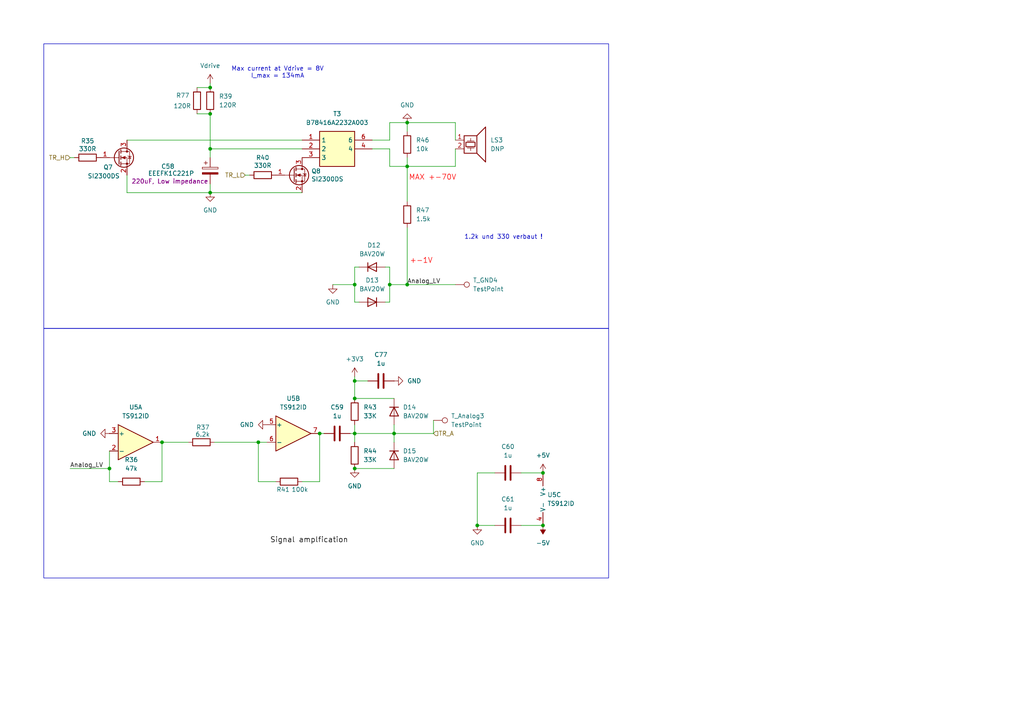
<source format=kicad_sch>
(kicad_sch (version 20231120) (generator "eeschema") (generator_version "8.0")
  (paper "A4")
  (lib_symbols
    (symbol "Lib:+3V3" (power) (pin_numbers hide) (pin_names (offset 0) hide)
      (property "Value" "+3V3" (at 0 3.556 0))
      (symbol "+3V3_0_1"
        (polyline (pts (xy -0.762 1.27) (xy 0 2.54)))
        (polyline (pts (xy 0 0) (xy 0 2.54)))
        (polyline (pts (xy 0 2.54) (xy 0.762 1.27)))
      )
      (symbol "+3V3_1_1"
        (pin power_in line (at 0 0 90) (length 0) (name "~") (number "1"))
      )
    )
    (symbol "Lib:+5V" (power) (pin_numbers hide) (pin_names (offset 0) hide)
      (property "Value" "+5V" (at 0 3.556 0))
      (symbol "+5V_0_1"
        (polyline (pts (xy -0.762 1.27) (xy 0 2.54)))
        (polyline (pts (xy 0 0) (xy 0 2.54)))
        (polyline (pts (xy 0 2.54) (xy 0.762 1.27)))
      )
      (symbol "+5V_1_1"
        (pin power_in line (at 0 0 90) (length 0) (name "~") (number "1"))
      )
    )
    (symbol "Lib:-5V" (power) (pin_numbers hide) (pin_names (offset 0) hide)
      (property "Value" "-5V" (at 0 3.556 0))
      (symbol "-5V_0_0"
        (pin power_in line (at 0 0 90) (length 0) (name "~") (number "1"))
      )
      (symbol "-5V_0_1"
        (polyline (pts (xy 0 0) (xy 0 1.27) (xy 0.762 1.27) (xy 0 2.54) (xy -0.762 1.27) (xy 0 1.27)) (fill (type outline)))
      )
    )
    (symbol "Lib:B78416A2232A003"
      (property "Reference" "T" (at 16.51 7.62 0))
      (property "Value" "B78416A2232A003" (at 16.51 5.08 0))
      (symbol "B78416A2232A003_1_1"
        (rectangle (start 5.08 2.54) (end 15.24 -7.62) (stroke (width 0.254)) (fill (type background)))
        (pin passive line (at 0 0 0) (length 5.08) (name "1") (number "1"))
        (pin passive line (at 0 -2.54 0) (length 5.08) (name "2") (number "2"))
        (pin passive line (at 0 -5.08 0) (length 5.08) (name "3") (number "3"))
        (pin passive line (at 20.32 -2.54 180) (length 5.08) (name "4") (number "4"))
        (pin passive line (at 20.32 0 180) (length 5.08) (name "6") (number "6"))
      )
    )
    (symbol "Lib:BAV20" (pin_numbers hide) (pin_names hide)
      (property "Reference" "D" (at 0 2.54 0))
      (property "Value" "BAV20" (at 0 -2.54 0))
      (symbol "BAV20_0_1"
        (polyline (pts (xy -1.27 1.27) (xy -1.27 -1.27)) (stroke (width 0.254)))
        (polyline (pts (xy 1.27 0) (xy -1.27 0)))
        (polyline (pts (xy 1.27 1.27) (xy 1.27 -1.27) (xy -1.27 0) (xy 1.27 1.27)) (stroke (width 0.254)))
      )
      (symbol "BAV20_1_1"
        (pin passive line (at -3.81 0 0) (length 2.54) (name "K") (number "1"))
        (pin passive line (at 3.81 0 180) (length 2.54) (name "A") (number "2"))
      )
    )
    (symbol "Lib:C" (pin_numbers hide) (pin_names (offset 0.254))
      (property "Reference" "C" (at 0.635 2.54 0))
      (property "Value" "C" (at 0.635 -2.54 0))
      (symbol "C_0_1"
        (polyline (pts (xy -2.032 -0.762) (xy 2.032 -0.762)) (stroke (width 0.508)))
        (polyline (pts (xy -2.032 0.762) (xy 2.032 0.762)) (stroke (width 0.508)))
      )
      (symbol "C_1_1"
        (pin passive line (at 0 3.81 270) (length 2.794) (name "~") (number "1"))
        (pin passive line (at 0 -3.81 90) (length 2.794) (name "~") (number "2"))
      )
    )
    (symbol "Lib:C_Polarized" (pin_numbers hide) (pin_names (offset 0.254))
      (property "Reference" "C" (at 0.635 2.54 0))
      (property "Value" "C_Polarized" (at 0.635 -2.54 0))
      (symbol "C_Polarized_0_1"
        (rectangle (start -2.286 0.508) (end 2.286 1.016))
        (polyline (pts (xy -1.778 2.286) (xy -0.762 2.286)))
        (polyline (pts (xy -1.27 2.794) (xy -1.27 1.778)))
        (rectangle (start 2.286 -0.508) (end -2.286 -1.016) (fill (type outline)))
      )
      (symbol "C_Polarized_1_1"
        (pin passive line (at 0 3.81 270) (length 2.794) (name "~") (number "1"))
        (pin passive line (at 0 -3.81 90) (length 2.794) (name "~") (number "2"))
      )
    )
    (symbol "Lib:GND" (power) (pin_numbers hide) (pin_names (offset 0) hide)
      (property "Value" "GND" (at 0 -3.81 0))
      (symbol "GND_0_1"
        (polyline (pts (xy 0 0) (xy 0 -1.27) (xy 1.27 -1.27) (xy 0 -2.54) (xy -1.27 -1.27) (xy 0 -1.27)))
      )
      (symbol "GND_1_1"
        (pin power_in line (at 0 0 270) (length 0) (name "~") (number "1"))
      )
    )
    (symbol "Lib:Q_NMOS_GSD" (pin_names (offset 0) hide)
      (property "Reference" "Q" (at 5.08 1.27 0))
      (property "Value" "Q_NMOS_GSD" (at 5.08 -1.27 0))
      (symbol "Q_NMOS_GSD_0_1"
        (polyline (pts (xy 0.254 0) (xy -2.54 0)))
        (polyline (pts (xy 0.254 1.905) (xy 0.254 -1.905)) (stroke (width 0.254)))
        (polyline (pts (xy 0.762 -1.27) (xy 0.762 -2.286)) (stroke (width 0.254)))
        (polyline (pts (xy 0.762 0.508) (xy 0.762 -0.508)) (stroke (width 0.254)))
        (polyline (pts (xy 0.762 2.286) (xy 0.762 1.27)) (stroke (width 0.254)))
        (polyline (pts (xy 2.54 2.54) (xy 2.54 1.778)))
        (polyline (pts (xy 2.54 -2.54) (xy 2.54 0) (xy 0.762 0)))
        (polyline (pts (xy 0.762 -1.778) (xy 3.302 -1.778) (xy 3.302 1.778) (xy 0.762 1.778)))
        (polyline (pts (xy 1.016 0) (xy 2.032 0.381) (xy 2.032 -0.381) (xy 1.016 0)) (fill (type outline)))
        (polyline (pts (xy 2.794 0.508) (xy 2.921 0.381) (xy 3.683 0.381) (xy 3.81 0.254)))
        (polyline (pts (xy 3.302 0.381) (xy 2.921 -0.254) (xy 3.683 -0.254) (xy 3.302 0.381)))
        (circle (center 1.651 0) (radius 2.794) (stroke (width 0.254)))
        (circle (center 2.54 -1.778) (radius 0.254) (fill (type outline)))
        (circle (center 2.54 1.778) (radius 0.254) (fill (type outline)))
      )
      (symbol "Q_NMOS_GSD_1_1"
        (pin input line (at -5.08 0 0) (length 2.54) (name "G") (number "1"))
        (pin passive line (at 2.54 -5.08 90) (length 2.54) (name "S") (number "2"))
        (pin passive line (at 2.54 5.08 270) (length 2.54) (name "D") (number "3"))
      )
    )
    (symbol "Lib:R" (pin_numbers hide) (pin_names (offset 0))
      (property "Reference" "R" (at 2.032 0 90))
      (property "Value" "R" (at 0 0 90))
      (symbol "R_0_1"
        (rectangle (start -1.016 -2.54) (end 1.016 2.54) (stroke (width 0.254)))
      )
      (symbol "R_1_1"
        (pin passive line (at 0 3.81 270) (length 1.27) (name "~") (number "1"))
        (pin passive line (at 0 -3.81 90) (length 1.27) (name "~") (number "2"))
      )
    )
    (symbol "Lib:Speaker_Ultrasound" (pin_names (offset 0) hide)
      (property "Reference" "LS" (at 0.635 5.715 0))
      (property "Value" "Speaker_Ultrasound" (at 0.635 3.81 0))
      (symbol "Speaker_Ultrasound_0_0"
        (rectangle (start -2.54 1.27) (end 1.143 -3.81) (stroke (width 0.254)))
        (rectangle (start -2.032 -0.635) (end 0.635 -1.905) (stroke (width 0.254)))
        (polyline (pts (xy -1.651 -2.286) (xy 0.381 -2.286)))
        (polyline (pts (xy -1.651 -0.254) (xy 0.381 -0.254)))
        (polyline (pts (xy -0.635 -2.286) (xy -0.635 -3.048)))
        (polyline (pts (xy -0.635 -0.254) (xy -0.635 0.508)))
        (polyline (pts (xy 1.143 1.27) (xy 3.683 3.81) (xy 3.683 -6.35) (xy 1.143 -3.81)) (stroke (width 0.254)))
      )
      (symbol "Speaker_Ultrasound_1_1"
        (pin input line (at -5.08 0 0) (length 2.54) (name "1") (number "1"))
        (pin input line (at -5.08 -2.54 0) (length 2.54) (name "2") (number "2"))
      )
    )
    (symbol "Lib:TL082" (pin_names (offset 0.127))
      (property "Reference" "U" (at 0 5.08 0))
      (property "Value" "TL082" (at 0 -5.08 0))
      (symbol "TL082_1_1"
        (polyline (pts (xy -5.08 5.08) (xy 5.08 0) (xy -5.08 -5.08) (xy -5.08 5.08)) (stroke (width 0.254)) (fill (type background)))
        (pin output line (at 7.62 0 180) (length 2.54) (name "~") (number "1"))
        (pin input line (at -7.62 -2.54 0) (length 2.54) (name "-") (number "2"))
        (pin input line (at -7.62 2.54 0) (length 2.54) (name "+") (number "3"))
      )
      (symbol "TL082_2_1"
        (polyline (pts (xy -5.08 5.08) (xy 5.08 0) (xy -5.08 -5.08) (xy -5.08 5.08)) (stroke (width 0.254)) (fill (type background)))
        (pin input line (at -7.62 2.54 0) (length 2.54) (name "+") (number "5"))
        (pin input line (at -7.62 -2.54 0) (length 2.54) (name "-") (number "6"))
        (pin output line (at 7.62 0 180) (length 2.54) (name "~") (number "7"))
      )
      (symbol "TL082_3_1"
        (pin power_in line (at -2.54 -7.62 90) (length 3.81) (name "V-") (number "4"))
        (pin power_in line (at -2.54 7.62 270) (length 3.81) (name "V+") (number "8"))
      )
    )
    (symbol "Lib:TestPoint" (pin_numbers hide) (pin_names (offset 0.762) hide)
      (property "Reference" "TP" (at 0 6.858 0))
      (property "Value" "TestPoint" (at 0 5.08 0))
      (symbol "TestPoint_0_1"
        (circle (center 0 3.302) (radius 0.762))
      )
      (symbol "TestPoint_1_1"
        (pin passive line (at 0 0 90) (length 2.54) (name "1") (number "1"))
      )
    )
    (symbol "Lib:Vdrive" (power) (pin_numbers hide) (pin_names (offset 0) hide)
      (property "Value" "Vdrive" (at 0 3.556 0))
      (symbol "Vdrive_0_1"
        (polyline (pts (xy -0.762 1.27) (xy 0 2.54)))
        (polyline (pts (xy 0 0) (xy 0 2.54)))
        (polyline (pts (xy 0 2.54) (xy 0.762 1.27)))
      )
      (symbol "Vdrive_1_1"
        (pin power_in line (at 0 0 90) (length 0) (name "~") (number "1"))
      )
    )
  )
  (junction (at 92.71 125.73))
  (junction (at 102.87 110.49))
  (junction (at 118.11 82.55))
  (junction (at 31.75 135.89))
  (junction (at 46.99 128.27))
  (junction (at 102.87 82.55))
  (junction (at 102.87 125.73))
  (junction (at 118.11 48.26))
  (junction (at 60.96 33.02))
  (junction (at 60.96 55.88))
  (junction (at 102.87 115.57))
  (junction (at 114.3 125.73))
  (junction (at 74.93 128.27))
  (junction (at 118.11 35.56))
  (junction (at 157.48 152.4))
  (junction (at 113.03 82.55))
  (junction (at 60.96 43.18))
  (junction (at 60.96 25.4))
  (junction (at 157.48 137.16))
  (junction (at 102.87 135.89))
  (junction (at 138.43 152.4))
  (wire (pts (xy 36.83 55.88) (xy 60.96 55.88)))
  (wire (pts (xy 132.08 48.26) (xy 132.08 43.18)))
  (wire (pts (xy 31.75 139.7) (xy 34.29 139.7)))
  (wire (pts (xy 138.43 137.16) (xy 143.51 137.16)))
  (wire (pts (xy 62.23 128.27) (xy 74.93 128.27)))
  (wire (pts (xy 57.15 33.02) (xy 60.96 33.02)))
  (wire (pts (xy 102.87 135.89) (xy 114.3 135.89)))
  (wire (pts (xy 113.03 87.63) (xy 111.76 87.63)))
  (wire (pts (xy 36.83 40.64) (xy 87.63 40.64)))
  (wire (pts (xy 113.03 82.55) (xy 113.03 87.63)))
  (wire (pts (xy 74.93 128.27) (xy 77.47 128.27)))
  (wire (pts (xy 113.03 77.47) (xy 111.76 77.47)))
  (wire (pts (xy 71.12 50.8) (xy 72.39 50.8)))
  (wire (pts (xy 138.43 137.16) (xy 138.43 152.4)))
  (wire (pts (xy 60.96 55.88) (xy 87.63 55.88)))
  (wire (pts (xy 60.96 45.72) (xy 60.96 43.18)))
  (wire (pts (xy 132.08 35.56) (xy 132.08 40.64)))
  (wire (pts (xy 80.01 139.7) (xy 74.93 139.7)))
  (wire (pts (xy 113.03 82.55) (xy 118.11 82.55)))
  (wire (pts (xy 92.71 139.7) (xy 92.71 125.73)))
  (wire (pts (xy 20.32 45.72) (xy 21.59 45.72)))
  (wire (pts (xy 118.11 35.56) (xy 132.08 35.56)))
  (wire (pts (xy 151.13 137.16) (xy 157.48 137.16)))
  (wire (pts (xy 114.3 125.73) (xy 114.3 128.27)))
  (wire (pts (xy 57.15 25.4) (xy 60.96 25.4)))
  (wire (pts (xy 114.3 123.19) (xy 114.3 125.73)))
  (wire (pts (xy 31.75 135.89) (xy 31.75 130.81)))
  (wire (pts (xy 113.03 77.47) (xy 113.03 82.55)))
  (wire (pts (xy 151.13 152.4) (xy 157.48 152.4)))
  (wire (pts (xy 60.96 33.02) (xy 60.96 43.18)))
  (wire (pts (xy 107.95 43.18) (xy 113.03 43.18)))
  (wire (pts (xy 93.98 125.73) (xy 92.71 125.73)))
  (wire (pts (xy 118.11 48.26) (xy 132.08 48.26)))
  (wire (pts (xy 102.87 77.47) (xy 104.14 77.47)))
  (wire (pts (xy 36.83 50.8) (xy 36.83 55.88)))
  (wire (pts (xy 118.11 38.1) (xy 118.11 35.56)))
  (wire (pts (xy 60.96 43.18) (xy 87.63 43.18)))
  (wire (pts (xy 96.52 82.55) (xy 102.87 82.55)))
  (wire (pts (xy 87.63 139.7) (xy 92.71 139.7)))
  (wire (pts (xy 138.43 152.4) (xy 143.51 152.4)))
  (wire (pts (xy 102.87 82.55) (xy 102.87 87.63)))
  (wire (pts (xy 74.93 139.7) (xy 74.93 128.27)))
  (wire (pts (xy 113.03 43.18) (xy 113.03 48.26)))
  (wire (pts (xy 102.87 128.27) (xy 102.87 125.73)))
  (wire (pts (xy 102.87 125.73) (xy 114.3 125.73)))
  (wire (pts (xy 102.87 77.47) (xy 102.87 82.55)))
  (wire (pts (xy 118.11 35.56) (xy 113.03 35.56)))
  (wire (pts (xy 101.6 125.73) (xy 102.87 125.73)))
  (wire (pts (xy 41.91 139.7) (xy 46.99 139.7)))
  (wire (pts (xy 114.3 125.73) (xy 125.73 125.73)))
  (wire (pts (xy 118.11 48.26) (xy 118.11 45.72)))
  (wire (pts (xy 102.87 123.19) (xy 102.87 125.73)))
  (wire (pts (xy 46.99 128.27) (xy 46.99 139.7)))
  (wire (pts (xy 20.32 135.89) (xy 31.75 135.89)))
  (wire (pts (xy 113.03 48.26) (xy 118.11 48.26)))
  (wire (pts (xy 60.96 53.34) (xy 60.96 55.88)))
  (wire (pts (xy 113.03 40.64) (xy 107.95 40.64)))
  (wire (pts (xy 31.75 135.89) (xy 31.75 139.7)))
  (wire (pts (xy 46.99 128.27) (xy 54.61 128.27)))
  (wire (pts (xy 125.73 121.92) (xy 125.73 125.73)))
  (wire (pts (xy 118.11 58.42) (xy 118.11 48.26)))
  (wire (pts (xy 102.87 110.49) (xy 102.87 115.57)))
  (wire (pts (xy 118.11 66.04) (xy 118.11 82.55)))
  (wire (pts (xy 102.87 115.57) (xy 114.3 115.57)))
  (wire (pts (xy 106.68 110.49) (xy 102.87 110.49)))
  (wire (pts (xy 118.11 82.55) (xy 132.08 82.55)))
  (wire (pts (xy 102.87 87.63) (xy 104.14 87.63)))
  (wire (pts (xy 113.03 35.56) (xy 113.03 40.64)))
  (wire (pts (xy 102.87 109.22) (xy 102.87 110.49)))
  (wire (pts (xy 60.96 24.13) (xy 60.96 25.4)))
  (rectangle (start 12.7 95.25) (end 176.53 167.64))
  (rectangle (start 12.7 12.7) (end 176.53 95.25))
  (text "MAX +-70V" (at 125.476 51.562 0) (effects (font (size 1.524 1.524))))
  (text "+-1V" (at 122.174 75.692 0) (effects (font (size 1.524 1.524))))
  (text "1.2k und 330 verbaut !\n" (at 146.05 68.834 0) (effects (font (size 1.27 1.27))))
  (text "Max current at Vdrive = 8V\nI_max = 134mA" (at 80.518 21.082 0) (effects (font (size 1.27 1.27))))
  (text "Signal amplfication" (at 89.662 156.718 0) (effects (font (size 1.524 1.524))))
  (label "Analog_LV" (at 118.11 82.55 0))
  (label "Analog_LV" (at 20.32 135.89 0))
  (hierarchical_label "TR_H" (shape input) (at 20.32 45.72 180))
  (hierarchical_label "TR_A" (shape input) (at 125.73 125.73 0))
  (hierarchical_label "TR_L" (shape input) (at 71.12 50.8 180))
  (symbol (lib_id "Lib:C_Polarized") (at 60.96 49.53 0) (unit 1)
    (property "Reference" "C58" (at 46.736 48.26 0) (effects (justify left)))
    (property "Value" "EEEFK1C221P" (at 42.926 50.292 0) (effects (justify left)))
    (property "Footprint" "Capacitor_SMD:CP_Elec_8x6.2" (effects (hide yes)))
    (property "Datasheet" "https://docs.rs-online.com/97bc/0900766b8139e299.pdf" (effects (hide yes)))
    (property "Description" "220uF, Low impedance" (at 49.276 52.578 0))
    (instances (project "USAN_r0" (path "" (reference "C58") (unit 1)) (path "" (reference "C62") (unit 1)) (path "" (reference "C54") (unit 1)) (path "" (reference "C48") (unit 1))))
  )
  (symbol (lib_id "Lib:TL082") (at 160.02 144.78 0) (unit 3)
    (property "Reference" "U5" (at 158.75 143.5099 0) (effects (justify left)))
    (property "Value" "TS912ID" (at 158.75 146.0499 0) (effects (justify left)))
    (property "Footprint" "Package_SO:SOIC-8_3.9x4.9mm_P1.27mm" (effects (hide yes)))
    (property "Datasheet" "http://www.ti.com/lit/ds/symlink/tl081.pdf" (effects (hide yes)))
    (property "Description" "Dual JFET-Input Operational Amplifiers, DIP-8/SOIC-8/SSOP-8" (effects (hide yes)))
    (instances (project "USAN_r0" (path "" (reference "U5") (unit 3)) (path "" (reference "U6") (unit 3)) (path "" (reference "U4") (unit 3)) (path "" (reference "U3") (unit 3))))
  )
  (symbol (lib_id "Lib:GND") (at 31.75 125.73 270) (unit 1)
    (property "Reference" "#PWR0106" (effects (hide yes)))
    (property "Value" "GND" (at 27.94 125.7299 90) (effects (justify right)))
    (property "Description" "Power symbol creates a global label with name \"GND\" , ground" (effects (hide yes)))
    (instances (project "USAN_r0" (path "" (reference "#PWR0106") (unit 1)) (path "" (reference "#PWR0118") (unit 1)) (path "" (reference "#PWR094") (unit 1)) (path "" (reference "#PWR089") (unit 1))))
  )
  (symbol (lib_id "Lib:+3V3") (at 102.87 109.22 0) (unit 1)
    (property "Reference" "#PWR0100" (effects (hide yes)))
    (property "Value" "+3V3" (at 102.87 104.14 0))
    (property "Description" "Power symbol creates a global label with name \"+3V3\"" (effects (hide yes)))
    (instances (project "USAN_r0" (path "" (reference "#PWR0100") (unit 1)) (path "" (reference "#PWR0112") (unit 1)) (path "" (reference "#PWR092") (unit 1)) (path "" (reference "#PWR056") (unit 1))))
  )
  (symbol (lib_id "Lib:BAV20") (at 114.3 119.38 270) (unit 1)
    (property "Reference" "D14" (at 116.84 118.1099 90) (effects (justify left)))
    (property "Value" "BAV20W" (at 116.84 120.6499 90) (effects (justify left)))
    (property "Footprint" "Diode_SMD:D_SOD-123" (effects (hide yes)))
    (property "Datasheet" "http://www.vishay.com/docs/85543/bav17.pdf" (effects (hide yes)))
    (property "Description" "150V 0.25A Small Signal Switching Diode, High Voltage, DO-35" (effects (hide yes)))
    (property "Sim.Device" "D" (effects (hide yes)))
    (property "Sim.Pins" "1=K 2=A" (effects (hide yes)))
    (instances (project "USAN_r0" (path "" (reference "D14") (unit 1)) (path "" (reference "D18") (unit 1)) (path "" (reference "D10") (unit 1)) (path "" (reference "D6") (unit 1))))
  )
  (symbol (lib_id "Lib:GND") (at 114.3 110.49 90) (unit 1)
    (property "Reference" "#PWR0135" (effects (hide yes)))
    (property "Value" "GND" (at 118.11 110.4899 90) (effects (justify right)))
    (property "Description" "Power symbol creates a global label with name \"GND\" , ground" (effects (hide yes)))
    (instances (project "USAN_r0" (path "" (reference "#PWR0135") (unit 1)) (path "" (reference "#PWR0136") (unit 1)) (path "" (reference "#PWR0134") (unit 1)) (path "" (reference "#PWR0133") (unit 1))))
  )
  (symbol (lib_id "Lib:GND") (at 96.52 82.55 0) (unit 1)
    (property "Reference" "#PWR0111" (effects (hide yes)))
    (property "Value" "GND" (at 96.52 87.63 0))
    (property "Description" "Power symbol creates a global label with name \"GND\" , ground" (effects (hide yes)))
    (instances (project "USAN_r0" (path "" (reference "#PWR0111") (unit 1)) (path "" (reference "#PWR0123") (unit 1)) (path "" (reference "#PWR099") (unit 1)) (path "" (reference "#PWR079") (unit 1))))
  )
  (symbol (lib_id "Lib:R") (at 102.87 132.08 0) (unit 1)
    (property "Reference" "R44" (at 105.41 130.8099 0) (effects (justify left)))
    (property "Value" "33K" (at 105.41 133.3499 0) (effects (justify left)))
    (property "Footprint" "Resistor_SMD:R_0603_1608Metric" (effects (hide yes)))
    (property "Description" "Resistor" (effects (hide yes)))
    (instances (project "USAN_r0" (path "" (reference "R44") (unit 1)) (path "" (reference "R58") (unit 1)) (path "" (reference "R30") (unit 1)) (path "" (reference "R19") (unit 1))))
  )
  (symbol (lib_id "Lib:-5V") (at 157.48 152.4 180) (unit 1)
    (property "Reference" "#PWR0117" (effects (hide yes)))
    (property "Value" "-5V" (at 157.48 157.48 0))
    (property "Description" "Power symbol creates a global label with name \"-5V\"" (effects (hide yes)))
    (instances (project "USAN_r0" (path "" (reference "#PWR0117") (unit 1)) (path "" (reference "#PWR0129") (unit 1)) (path "" (reference "#PWR0105") (unit 1)) (path "" (reference "#PWR088") (unit 1))))
  )
  (symbol (lib_id "Lib:TestPoint") (at 125.73 121.92 270) (unit 1)
    (property "Reference" "T_Analog3" (at 130.81 120.6499 90) (effects (justify left)))
    (property "Value" "TestPoint" (at 130.81 123.1899 90) (effects (justify left)))
    (property "Footprint" "TestPoint:TestPoint_Pad_D1.5mm" (effects (hide yes)))
    (property "Description" "test point" (effects (hide yes)))
    (instances (project "USAN_r0" (path "" (reference "T_Analog3") (unit 1)) (path "" (reference "T_Analog4") (unit 1)) (path "" (reference "T_Analog2") (unit 1)) (path "" (reference "T_TR_A1") (unit 1))))
  )
  (symbol (lib_id "Lib:Q_NMOS_GSD") (at 85.09 50.8 0) (unit 1)
    (property "Reference" "Q8" (at 90.297 49.6316 0) (effects (justify left)))
    (property "Value" "SI2300DS" (at 90.297 51.943 0) (effects (justify left)))
    (property "Footprint" "Package_TO_SOT_SMD:SOT-23-3" (effects (hide yes)))
    (instances (project "USAN_r0" (path "" (reference "Q8") (unit 1)) (path "" (reference "Q11") (unit 1)) (path "" (reference "Q5") (unit 1)) (path "" (reference "Q2") (unit 1))))
  )
  (symbol (lib_id "Lib:R") (at 58.42 128.27 270) (mirror x) (unit 1)
    (property "Reference" "R37" (at 56.896 123.952 90) (effects (justify left)))
    (property "Value" "6.2k" (at 56.642 125.984 90) (effects (justify left)))
    (property "Footprint" "Resistor_SMD:R_0603_1608Metric" (effects (hide yes)))
    (instances (project "USAN_r0" (path "" (reference "R37") (unit 1)) (path "" (reference "R51") (unit 1)) (path "" (reference "R23") (unit 1)) (path "" (reference "R15") (unit 1))))
  )
  (symbol (lib_id "Lib:R") (at 118.11 62.23 0) (unit 1)
    (property "Reference" "R47" (at 120.65 60.9599 0) (effects (justify left)))
    (property "Value" "1.5k" (at 120.65 63.4999 0) (effects (justify left)))
    (property "Footprint" "Resistor_SMD:R_0603_1608Metric" (effects (hide yes)))
    (property "Description" "Resistor" (effects (hide yes)))
    (instances (project "USAN_r0" (path "" (reference "R47") (unit 1)) (path "" (reference "R61") (unit 1)) (path "" (reference "R33") (unit 1)) (path "" (reference "R11") (unit 1))))
  )
  (symbol (lib_id "Lib:GND") (at 138.43 152.4 0) (unit 1)
    (property "Reference" "#PWR0115" (effects (hide yes)))
    (property "Value" "GND" (at 138.43 157.48 0))
    (property "Description" "Power symbol creates a global label with name \"GND\" , ground" (effects (hide yes)))
    (instances (project "USAN_r0" (path "" (reference "#PWR0115") (unit 1)) (path "" (reference "#PWR0127") (unit 1)) (path "" (reference "#PWR0103") (unit 1)) (path "" (reference "#PWR081") (unit 1))))
  )
  (symbol (lib_id "Lib:Speaker_Ultrasound") (at 137.16 40.64 0) (unit 1)
    (property "Reference" "LS3" (at 142.24 40.6399 0) (effects (justify left)))
    (property "Value" "DNP" (at 142.24 43.1799 0) (effects (justify left)))
    (property "Footprint" "Erstellte_Footprints:US_Solderpad" (effects (hide yes)))
    (property "Description" "Ultrasonic transducer" (effects (hide yes)))
    (instances (project "USAN_r0" (path "" (reference "LS3") (unit 1)) (path "" (reference "LS4") (unit 1)) (path "" (reference "LS2") (unit 1)) (path "" (reference "LS1") (unit 1))))
  )
  (symbol (lib_id "Lib:R") (at 60.96 29.21 0) (unit 1)
    (property "Reference" "R39" (at 63.5 27.9399 0) (effects (justify left)))
    (property "Value" "120R" (at 63.5 30.4799 0) (effects (justify left)))
    (property "Footprint" "Resistor_SMD:R_0603_1608Metric" (effects (hide yes)))
    (property "Description" "Resistor" (effects (hide yes)))
    (instances (project "USAN_r0" (path "" (reference "R39") (unit 1)) (path "" (reference "R53") (unit 1)) (path "" (reference "R25") (unit 1)) (path "" (reference "R3") (unit 1))))
  )
  (symbol (lib_id "Lib:R") (at 38.1 139.7 90) (unit 1)
    (property "Reference" "R36" (at 38.1 133.35 90))
    (property "Value" "47k" (at 38.1 135.89 90))
    (property "Footprint" "Resistor_SMD:R_0603_1608Metric" (effects (hide yes)))
    (property "Description" "Resistor" (effects (hide yes)))
    (instances (project "USAN_r0" (path "" (reference "R36") (unit 1)) (path "" (reference "R50") (unit 1)) (path "" (reference "R22") (unit 1)) (path "" (reference "R14") (unit 1))))
  )
  (symbol (lib_id "Lib:BAV20") (at 107.95 87.63 180) (unit 1)
    (property "Reference" "D13" (at 107.95 81.28 0))
    (property "Value" "BAV20W" (at 107.95 83.82 0))
    (property "Footprint" "Diode_SMD:D_SOD-123" (effects (hide yes)))
    (property "Datasheet" "http://www.vishay.com/docs/85543/bav17.pdf" (effects (hide yes)))
    (property "Description" "150V 0.25A Small Signal Switching Diode, High Voltage, DO-35" (effects (hide yes)))
    (property "Sim.Device" "D" (effects (hide yes)))
    (property "Sim.Pins" "1=K 2=A" (effects (hide yes)))
    (instances (project "USAN_r0" (path "" (reference "D13") (unit 1)) (path "" (reference "D17") (unit 1)) (path "" (reference "D9") (unit 1)) (path "" (reference "D5") (unit 1))))
  )
  (symbol (lib_id "Lib:R") (at 83.82 139.7 90) (mirror x) (unit 1)
    (property "Reference" "R41" (at 84.074 141.986 90) (effects (justify left)))
    (property "Value" "100k" (at 89.408 141.986 90) (effects (justify left)))
    (property "Footprint" "Resistor_SMD:R_0603_1608Metric" (effects (hide yes)))
    (instances (project "USAN_r0" (path "" (reference "R41") (unit 1)) (path "" (reference "R55") (unit 1)) (path "" (reference "R27") (unit 1)) (path "" (reference "R17") (unit 1))))
  )
  (symbol (lib_id "Lib:+5V") (at 157.48 137.16 0) (unit 1)
    (property "Reference" "#PWR0116" (effects (hide yes)))
    (property "Value" "+5V" (at 157.48 132.08 0))
    (property "Description" "Power symbol creates a global label with name \"+5V\"" (effects (hide yes)))
    (instances (project "USAN_r0" (path "" (reference "#PWR0116") (unit 1)) (path "" (reference "#PWR0128") (unit 1)) (path "" (reference "#PWR0104") (unit 1)) (path "" (reference "#PWR087") (unit 1))))
  )
  (symbol (lib_id "Lib:BAV20") (at 107.95 77.47 0) (unit 1)
    (property "Reference" "D12" (at 108.458 71.12 0))
    (property "Value" "BAV20W" (at 107.95 73.66 0))
    (property "Footprint" "Diode_SMD:D_SOD-123" (effects (hide yes)))
    (property "Datasheet" "http://www.vishay.com/docs/85543/bav17.pdf" (effects (hide yes)))
    (property "Description" "150V 0.25A Small Signal Switching Diode, High Voltage, DO-35" (effects (hide yes)))
    (property "Sim.Device" "D" (effects (hide yes)))
    (property "Sim.Pins" "1=K 2=A" (effects (hide yes)))
    (instances (project "USAN_r0" (path "" (reference "D12") (unit 1)) (path "" (reference "D16") (unit 1)) (path "" (reference "D8") (unit 1)) (path "" (reference "D4") (unit 1))))
  )
  (symbol (lib_id "Lib:C") (at 147.32 152.4 90) (unit 1)
    (property "Reference" "C61" (at 147.32 144.78 90))
    (property "Value" "1u" (at 147.32 147.32 90))
    (property "Footprint" "Capacitor_SMD:C_0603_1608Metric" (effects (hide yes)))
    (property "Description" "Unpolarized capacitor" (effects (hide yes)))
    (instances (project "USAN_r0" (path "" (reference "C61") (unit 1)) (path "" (reference "C65") (unit 1)) (path "" (reference "C57") (unit 1)) (path "" (reference "C49") (unit 1))))
  )
  (symbol (lib_id "Lib:B78416A2232A003") (at 87.63 40.64 0) (unit 1)
    (property "Reference" "T3" (at 97.79 33.02 0))
    (property "Value" "B78416A2232A003" (at 97.79 35.56 0))
    (property "Footprint" "B78416A2232A003" (effects (hide yes)))
    (property "Datasheet" "https://product.tdk.com/system/files/dam/doc/product/transformer/transformer/ultrasonic/data_sheet/85/ds/b78416ax003_ep6.pdf" (effects (hide yes)))
    (property "Description" "Automotive Transformers for Ultrasonic Sensors, Op. Freq.=52kHz, 3mH, TR=1:1:8.42" (effects (hide yes)))
    (property "Height" "7.1" (effects (hide yes)))
    (property "Mouser Part Number" "871-B78416A2232A003" (effects (hide yes)))
    (property "Mouser Price/Stock" "https://www.mouser.co.uk/ProductDetail/EPCOS-TDK/B78416A2232A003?qs=jpHf3Ogds1yCt9Y5ARzGiw%3D%3D" (effects (hide yes)))
    (property "Manufacturer_Name" "TDK-Lambda" (effects (hide yes)))
    (property "Manufacturer_Part_Number" "B78416A2232A003" (effects (hide yes)))
    (instances (project "USAN_r0" (path "" (reference "T3") (unit 1)) (path "" (reference "T4") (unit 1)) (path "" (reference "T2") (unit 1)) (path "" (reference "T1") (unit 1))))
  )
  (symbol (lib_id "Lib:GND") (at 118.11 35.56 180) (unit 1)
    (property "Reference" "#PWR0114" (effects (hide yes)))
    (property "Value" "GND" (at 118.11 30.48 0))
    (property "Description" "Power symbol creates a global label with name \"GND\" , ground" (effects (hide yes)))
    (instances (project "USAN_r0" (path "" (reference "#PWR0114") (unit 1)) (path "" (reference "#PWR0126") (unit 1)) (path "" (reference "#PWR0102") (unit 1)) (path "" (reference "#PWR078") (unit 1))))
  )
  (symbol (lib_id "Lib:TestPoint") (at 132.08 82.55 270) (unit 1)
    (property "Reference" "T_GND4" (at 137.16 81.2799 90) (effects (justify left)))
    (property "Value" "TestPoint" (at 137.16 83.8199 90) (effects (justify left)))
    (property "Footprint" "TestPoint:TestPoint_Pad_D1.5mm" (effects (hide yes)))
    (property "Description" "test point" (effects (hide yes)))
    (instances (project "USAN_r0" (path "" (reference "T_GND4") (unit 1)) (path "" (reference "T_GND5") (unit 1)) (path "" (reference "T_GND3") (unit 1)) (path "" (reference "T_Analog1") (unit 1))))
  )
  (symbol (lib_id "Lib:GND") (at 60.96 55.88 0) (unit 1)
    (property "Reference" "#PWR0108" (effects (hide yes)))
    (property "Value" "GND" (at 60.96 60.96 0))
    (property "Description" "Power symbol creates a global label with name \"GND\" , ground" (effects (hide yes)))
    (instances (project "USAN_r0" (path "" (reference "#PWR0108") (unit 1)) (path "" (reference "#PWR0120") (unit 1)) (path "" (reference "#PWR096") (unit 1)) (path "" (reference "#PWR077") (unit 1))))
  )
  (symbol (lib_id "Lib:BAV20") (at 114.3 132.08 270) (unit 1)
    (property "Reference" "D15" (at 116.84 130.8099 90) (effects (justify left)))
    (property "Value" "BAV20W" (at 116.84 133.3499 90) (effects (justify left)))
    (property "Footprint" "Diode_SMD:D_SOD-123" (effects (hide yes)))
    (property "Datasheet" "http://www.vishay.com/docs/85543/bav17.pdf" (effects (hide yes)))
    (property "Description" "150V 0.25A Small Signal Switching Diode, High Voltage, DO-35" (effects (hide yes)))
    (property "Sim.Device" "D" (effects (hide yes)))
    (property "Sim.Pins" "1=K 2=A" (effects (hide yes)))
    (instances (project "USAN_r0" (path "" (reference "D15") (unit 1)) (path "" (reference "D19") (unit 1)) (path "" (reference "D11") (unit 1)) (path "" (reference "D7") (unit 1))))
  )
  (symbol (lib_id "Lib:GND") (at 102.87 135.89 0) (unit 1)
    (property "Reference" "#PWR0113" (effects (hide yes)))
    (property "Value" "GND" (at 102.87 140.97 0))
    (property "Description" "Power symbol creates a global label with name \"GND\" , ground" (effects (hide yes)))
    (instances (project "USAN_r0" (path "" (reference "#PWR0113") (unit 1)) (path "" (reference "#PWR0125") (unit 1)) (path "" (reference "#PWR0101") (unit 1)) (path "" (reference "#PWR091") (unit 1))))
  )
  (symbol (lib_id "Lib:Q_NMOS_GSD") (at 34.29 45.72 0) (unit 1)
    (property "Reference" "Q7" (at 29.972 48.514 0) (effects (justify left)))
    (property "Value" "SI2300DS" (at 25.4 51.054 0) (effects (justify left)))
    (property "Footprint" "Package_TO_SOT_SMD:SOT-23-3" (effects (hide yes)))
    (instances (project "USAN_r0" (path "" (reference "Q7") (unit 1)) (path "" (reference "Q10") (unit 1)) (path "" (reference "Q4") (unit 1)) (path "" (reference "Q1") (unit 1))))
  )
  (symbol (lib_id "Lib:R") (at 57.15 29.21 0) (unit 1)
    (property "Reference" "R77" (at 51.054 27.686 0) (effects (justify left)))
    (property "Value" "120R" (at 50.292 30.734 0) (effects (justify left)))
    (property "Footprint" "Resistor_SMD:R_0603_1608Metric" (effects (hide yes)))
    (property "Description" "Resistor" (effects (hide yes)))
    (instances (project "USAN_r0" (path "" (reference "R77") (unit 1)) (path "" (reference "R78") (unit 1)) (path "" (reference "R76") (unit 1)) (path "" (reference "R75") (unit 1))))
  )
  (symbol (lib_id "Lib:Vdrive") (at 60.96 24.13 0) (unit 1)
    (property "Reference" "#PWR0107" (effects (hide yes)))
    (property "Value" "Vdrive" (at 60.96 19.05 0))
    (property "Description" "Power symbol creates a global label with name \"Vdrive\"" (effects (hide yes)))
    (instances (project "USAN_r0" (path "" (reference "#PWR0107") (unit 1)) (path "" (reference "#PWR0119") (unit 1)) (path "" (reference "#PWR095") (unit 1)) (path "" (reference "#PWR076") (unit 1))))
  )
  (symbol (lib_id "Lib:R") (at 76.2 50.8 90) (unit 1)
    (property "Reference" "R40" (at 76.2 45.72 90))
    (property "Value" "330R" (at 76.2 48.006 90))
    (property "Footprint" "Resistor_SMD:R_0603_1608Metric" (effects (hide yes)))
    (property "Description" "Resistor" (effects (hide yes)))
    (instances (project "USAN_r0" (path "" (reference "R40") (unit 1)) (path "" (reference "R54") (unit 1)) (path "" (reference "R26") (unit 1)) (path "" (reference "R9") (unit 1))))
  )
  (symbol (lib_id "Lib:TL082") (at 85.09 125.73 0) (unit 2)
    (property "Reference" "U5" (at 85.09 115.57 0))
    (property "Value" "TS912ID" (at 85.09 118.11 0))
    (property "Footprint" "Package_SO:SOIC-8_3.9x4.9mm_P1.27mm" (effects (hide yes)))
    (property "Datasheet" "http://www.ti.com/lit/ds/symlink/tl081.pdf" (effects (hide yes)))
    (property "Description" "Dual JFET-Input Operational Amplifiers, DIP-8/SOIC-8/SSOP-8" (effects (hide yes)))
    (instances (project "USAN_r0" (path "" (reference "U5") (unit 2)) (path "" (reference "U6") (unit 2)) (path "" (reference "U4") (unit 2)) (path "" (reference "U3") (unit 2))))
  )
  (symbol (lib_id "Lib:R") (at 118.11 41.91 0) (unit 1)
    (property "Reference" "R46" (at 120.65 40.6399 0) (effects (justify left)))
    (property "Value" "10k" (at 120.65 43.1799 0) (effects (justify left)))
    (property "Footprint" "Resistor_SMD:R_0603_1608Metric" (effects (hide yes)))
    (property "Description" "Resistor" (effects (hide yes)))
    (instances (project "USAN_r0" (path "" (reference "R46") (unit 1)) (path "" (reference "R60") (unit 1)) (path "" (reference "R32") (unit 1)) (path "" (reference "R10") (unit 1))))
  )
  (symbol (lib_id "Lib:C") (at 110.49 110.49 90) (unit 1)
    (property "Reference" "C77" (at 110.49 102.87 90))
    (property "Value" "1u" (at 110.49 105.41 90))
    (property "Footprint" "Capacitor_SMD:C_0603_1608Metric" (effects (hide yes)))
    (property "Description" "Unpolarized capacitor" (effects (hide yes)))
    (instances (project "USAN_r0" (path "" (reference "C77") (unit 1)) (path "" (reference "C78") (unit 1)) (path "" (reference "C76") (unit 1)) (path "" (reference "C75") (unit 1))))
  )
  (symbol (lib_id "Lib:R") (at 102.87 119.38 0) (unit 1)
    (property "Reference" "R43" (at 105.41 118.1099 0) (effects (justify left)))
    (property "Value" "33K" (at 105.41 120.6499 0) (effects (justify left)))
    (property "Footprint" "Resistor_SMD:R_0603_1608Metric" (effects (hide yes)))
    (property "Description" "Resistor" (effects (hide yes)))
    (instances (project "USAN_r0" (path "" (reference "R43") (unit 1)) (path "" (reference "R57") (unit 1)) (path "" (reference "R29") (unit 1)) (path "" (reference "R20") (unit 1))))
  )
  (symbol (lib_id "Lib:GND") (at 77.47 123.19 270) (unit 1)
    (property "Reference" "#PWR0109" (effects (hide yes)))
    (property "Value" "GND" (at 73.66 123.1899 90) (effects (justify right)))
    (property "Description" "Power symbol creates a global label with name \"GND\" , ground" (effects (hide yes)))
    (instances (project "USAN_r0" (path "" (reference "#PWR0109") (unit 1)) (path "" (reference "#PWR0121") (unit 1)) (path "" (reference "#PWR097") (unit 1)) (path "" (reference "#PWR090") (unit 1))))
  )
  (symbol (lib_id "Lib:C") (at 97.79 125.73 90) (unit 1)
    (property "Reference" "C59" (at 97.79 118.11 90))
    (property "Value" "1u" (at 97.79 120.65 90))
    (property "Footprint" "Capacitor_SMD:C_0603_1608Metric" (effects (hide yes)))
    (property "Description" "Unpolarized capacitor" (effects (hide yes)))
    (instances (project "USAN_r0" (path "" (reference "C59") (unit 1)) (path "" (reference "C63") (unit 1)) (path "" (reference "C55") (unit 1)) (path "" (reference "C50") (unit 1))))
  )
  (symbol (lib_id "Lib:TL082") (at 39.37 128.27 0) (unit 1)
    (property "Reference" "U5" (at 39.37 118.11 0))
    (property "Value" "TS912ID" (at 39.37 120.65 0))
    (property "Footprint" "Package_SO:SOIC-8_3.9x4.9mm_P1.27mm" (effects (hide yes)))
    (property "Datasheet" "http://www.ti.com/lit/ds/symlink/tl081.pdf" (effects (hide yes)))
    (property "Description" "Dual JFET-Input Operational Amplifiers, DIP-8/SOIC-8/SSOP-8" (effects (hide yes)))
    (instances (project "USAN_r0" (path "" (reference "U5") (unit 1)) (path "" (reference "U6") (unit 1)) (path "" (reference "U4") (unit 1)) (path "" (reference "U3") (unit 1))))
  )
  (symbol (lib_id "Lib:C") (at 147.32 137.16 90) (unit 1)
    (property "Reference" "C60" (at 147.32 129.54 90))
    (property "Value" "1u" (at 147.32 132.08 90))
    (property "Footprint" "Capacitor_SMD:C_0603_1608Metric" (effects (hide yes)))
    (property "Description" "Unpolarized capacitor" (effects (hide yes)))
    (instances (project "USAN_r0" (path "" (reference "C60") (unit 1)) (path "" (reference "C64") (unit 1)) (path "" (reference "C56") (unit 1)) (path "" (reference "C47") (unit 1))))
  )
  (symbol (lib_id "Lib:R") (at 25.4 45.72 90) (unit 1)
    (property "Reference" "R35" (at 25.4 40.894 90))
    (property "Value" "330R" (at 25.4 43.18 90))
    (property "Footprint" "Resistor_SMD:R_0603_1608Metric" (effects (hide yes)))
    (property "Description" "Resistor" (effects (hide yes)))
    (instances (project "USAN_r0" (path "" (reference "R35") (unit 1)) (path "" (reference "R49") (unit 1)) (path "" (reference "R21") (unit 1)) (path "" (reference "R4") (unit 1))))
  )
)
</source>
